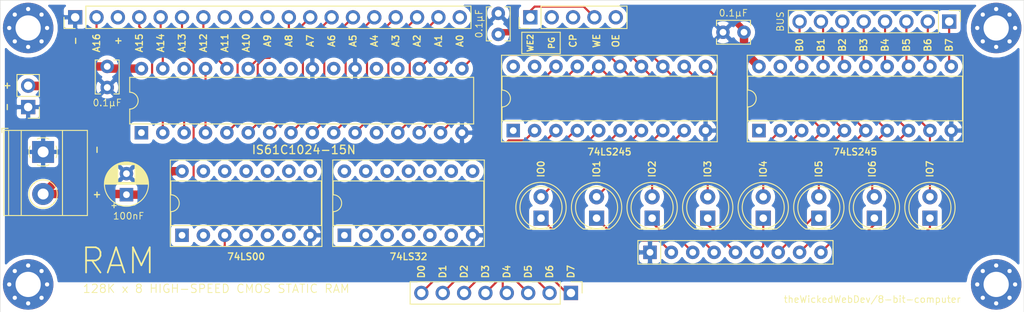
<source format=kicad_pcb>
(kicad_pcb (version 20171130) (host pcbnew "(5.1.9-0-10_14)")
  (layers (0 F.Cu signal) (1 In1.Cu signal) (2 In2.Cu signal) (31 B.Cu signal hide) (34 B.Paste user) (35 F.Paste user) (36 B.SilkS user) (37 F.SilkS user) (38 B.Mask user) (39 F.Mask user) (44 Edge.Cuts user))
  (net 0 "")
  (net 1 GND)
  (net 2 VCC)
  (net 3 "Net-(D1-Pad1)")
  (net 4 "Net-(D2-Pad1)")
  (net 5 "Net-(D3-Pad1)")
  (net 6 "Net-(D4-Pad1)")
  (net 7 "Net-(D5-Pad1)")
  (net 8 "Net-(D6-Pad1)")
  (net 9 "Net-(D7-Pad1)")
  (net 10 "Net-(D8-Pad1)")
  (net 11 "Net-(U1-Pad29)")
  (net 12 "Net-(U1-Pad1)")
  (net 13 /IO7)
  (net 14 /IO6)
  (net 15 /IO5)
  (net 16 /IO4)
  (net 17 /IO3)
  (net 18 /IO2)
  (net 19 /IO1)
  (net 20 /IO0)
  (net 21 A0)
  (net 22 A1)
  (net 23 A2)
  (net 24 A3)
  (net 25 A4)
  (net 26 A5)
  (net 27 A6)
  (net 28 A7)
  (net 29 A8)
  (net 30 A9)
  (net 31 A10)
  (net 32 A11)
  (net 33 A12)
  (net 34 A13)
  (net 35 A14)
  (net 36 A15)
  (net 37 A16)
  (net 38 OUTPUT_ENABLE)
  (net 39 WRITE_ENABLE)
  (net 40 BUS0)
  (net 41 BUS1)
  (net 42 BUS2)
  (net 43 BUS3)
  (net 44 BUS4)
  (net 45 BUS5)
  (net 46 BUS6)
  (net 47 BUS7)
  (net 48 D0)
  (net 49 D1)
  (net 50 D2)
  (net 51 D3)
  (net 52 D4)
  (net 53 D5)
  (net 54 D6)
  (net 55 D7)
  (net 56 CLOCK)
  (net 57 PROGRAM_MODE)
  (net 58 "Net-(U4-Pad1)")
  (module Connector_PinHeader_2.54mm:PinHeader_1x05_P2.54mm_Vertical (layer F.Cu) (at 135.636 66.294 90)
    (fp_text reference J2 hide)
    (fp_text value Conn_01x05 hide)
    (pad 5 thru_hole oval (at 0 10.16 90) (size 1.7 1.7) (drill 1) (layers *.Cu *.Mask) (net 38 OUTPUT_ENABLE))
    (pad 4 thru_hole oval (at 0 7.62 90) (size 1.7 1.7) (drill 1) (layers *.Cu *.Mask) (net 39 WRITE_ENABLE))
    (pad 3 thru_hole oval (at 0 5.08 90) (size 1.7 1.7) (drill 1) (layers *.Cu *.Mask) (net 56 CLOCK))
    (pad 2 thru_hole oval (at 0 2.54 90) (size 1.7 1.7) (drill 1) (layers *.Cu *.Mask) (net 57 PROGRAM_MODE))
    (pad 1 thru_hole rect (at 0 0 90) (size 1.7 1.7) (drill 1) (layers *.Cu *.Mask) (net 39 WRITE_ENABLE))
  )
  (module Package_DIP:DIP-14_W7.62mm_Socket (layer F.Cu) (at 113.538 92.202 90)
    (fp_text reference U6 hide)
    (fp_text value 74LS32)
    (pad 14 thru_hole oval (at 7.62 0 90) (size 1.6 1.6) (drill 0.8) (layers *.Cu *.Mask) (net 2 VCC))
    (pad 7 thru_hole oval (at 0 15.24 90) (size 1.6 1.6) (drill 0.8) (layers *.Cu *.Mask) (net 1 GND))
    (pad 13 thru_hole oval (at 7.62 2.54 90) (size 1.6 1.6) (drill 0.8) (layers *.Cu *.Mask))
    (pad 6 thru_hole oval (at 0 12.7 90) (size 1.6 1.6) (drill 0.8) (layers *.Cu *.Mask))
    (pad 12 thru_hole oval (at 7.62 5.08 90) (size 1.6 1.6) (drill 0.8) (layers *.Cu *.Mask))
    (pad 5 thru_hole oval (at 0 10.16 90) (size 1.6 1.6) (drill 0.8) (layers *.Cu *.Mask))
    (pad 11 thru_hole oval (at 7.62 7.62 90) (size 1.6 1.6) (drill 0.8) (layers *.Cu *.Mask))
    (pad 4 thru_hole oval (at 0 7.62 90) (size 1.6 1.6) (drill 0.8) (layers *.Cu *.Mask))
    (pad 10 thru_hole oval (at 7.62 10.16 90) (size 1.6 1.6) (drill 0.8) (layers *.Cu *.Mask))
    (pad 3 thru_hole oval (at 0 5.08 90) (size 1.6 1.6) (drill 0.8) (layers *.Cu *.Mask) (net 58 "Net-(U4-Pad1)"))
    (pad 9 thru_hole oval (at 7.62 12.7 90) (size 1.6 1.6) (drill 0.8) (layers *.Cu *.Mask))
    (pad 2 thru_hole oval (at 0 2.54 90) (size 1.6 1.6) (drill 0.8) (layers *.Cu *.Mask) (net 56 CLOCK))
    (pad 8 thru_hole oval (at 7.62 15.24 90) (size 1.6 1.6) (drill 0.8) (layers *.Cu *.Mask))
    (pad 1 thru_hole rect (at 0 0 90) (size 1.6 1.6) (drill 0.8) (layers *.Cu *.Mask) (net 57 PROGRAM_MODE))
  )
  (module Package_DIP:DIP-14_W7.62mm_Socket (layer F.Cu) (at 94.234 92.202 90)
    (fp_text reference U4 hide)
    (fp_text value 74LS00)
    (pad 14 thru_hole oval (at 7.62 0 90) (size 1.6 1.6) (drill 0.8) (layers *.Cu *.Mask) (net 2 VCC))
    (pad 7 thru_hole oval (at 0 15.24 90) (size 1.6 1.6) (drill 0.8) (layers *.Cu *.Mask) (net 1 GND))
    (pad 13 thru_hole oval (at 7.62 2.54 90) (size 1.6 1.6) (drill 0.8) (layers *.Cu *.Mask))
    (pad 6 thru_hole oval (at 0 12.7 90) (size 1.6 1.6) (drill 0.8) (layers *.Cu *.Mask))
    (pad 12 thru_hole oval (at 7.62 5.08 90) (size 1.6 1.6) (drill 0.8) (layers *.Cu *.Mask))
    (pad 5 thru_hole oval (at 0 10.16 90) (size 1.6 1.6) (drill 0.8) (layers *.Cu *.Mask))
    (pad 11 thru_hole oval (at 7.62 7.62 90) (size 1.6 1.6) (drill 0.8) (layers *.Cu *.Mask))
    (pad 4 thru_hole oval (at 0 7.62 90) (size 1.6 1.6) (drill 0.8) (layers *.Cu *.Mask))
    (pad 10 thru_hole oval (at 7.62 10.16 90) (size 1.6 1.6) (drill 0.8) (layers *.Cu *.Mask))
    (pad 3 thru_hole oval (at 0 5.08 90) (size 1.6 1.6) (drill 0.8) (layers *.Cu *.Mask) (net 11 "Net-(U1-Pad29)"))
    (pad 9 thru_hole oval (at 7.62 12.7 90) (size 1.6 1.6) (drill 0.8) (layers *.Cu *.Mask))
    (pad 2 thru_hole oval (at 0 2.54 90) (size 1.6 1.6) (drill 0.8) (layers *.Cu *.Mask) (net 39 WRITE_ENABLE))
    (pad 8 thru_hole oval (at 7.62 15.24 90) (size 1.6 1.6) (drill 0.8) (layers *.Cu *.Mask))
    (pad 1 thru_hole rect (at 0 0 90) (size 1.6 1.6) (drill 0.8) (layers *.Cu *.Mask) (net 58 "Net-(U4-Pad1)"))
  )
  (module Package_DIP:DIP-20_W7.62mm_Socket (layer F.Cu) (at 162.814 79.756 90)
    (fp_text reference U2 hide)
    (fp_text value 74LS245)
    (pad 20 thru_hole oval (at 7.62 0 90) (size 1.6 1.6) (drill 0.8) (layers *.Cu *.Mask) (net 2 VCC))
    (pad 10 thru_hole oval (at 0 22.86 90) (size 1.6 1.6) (drill 0.8) (layers *.Cu *.Mask) (net 1 GND))
    (pad 19 thru_hole oval (at 7.62 2.54 90) (size 1.6 1.6) (drill 0.8) (layers *.Cu *.Mask) (net 38 OUTPUT_ENABLE))
    (pad 9 thru_hole oval (at 0 20.32 90) (size 1.6 1.6) (drill 0.8) (layers *.Cu *.Mask) (net 13 /IO7))
    (pad 18 thru_hole oval (at 7.62 5.08 90) (size 1.6 1.6) (drill 0.8) (layers *.Cu *.Mask) (net 40 BUS0))
    (pad 8 thru_hole oval (at 0 17.78 90) (size 1.6 1.6) (drill 0.8) (layers *.Cu *.Mask) (net 14 /IO6))
    (pad 17 thru_hole oval (at 7.62 7.62 90) (size 1.6 1.6) (drill 0.8) (layers *.Cu *.Mask) (net 41 BUS1))
    (pad 7 thru_hole oval (at 0 15.24 90) (size 1.6 1.6) (drill 0.8) (layers *.Cu *.Mask) (net 15 /IO5))
    (pad 16 thru_hole oval (at 7.62 10.16 90) (size 1.6 1.6) (drill 0.8) (layers *.Cu *.Mask) (net 42 BUS2))
    (pad 6 thru_hole oval (at 0 12.7 90) (size 1.6 1.6) (drill 0.8) (layers *.Cu *.Mask) (net 16 /IO4))
    (pad 15 thru_hole oval (at 7.62 12.7 90) (size 1.6 1.6) (drill 0.8) (layers *.Cu *.Mask) (net 43 BUS3))
    (pad 5 thru_hole oval (at 0 10.16 90) (size 1.6 1.6) (drill 0.8) (layers *.Cu *.Mask) (net 17 /IO3))
    (pad 14 thru_hole oval (at 7.62 15.24 90) (size 1.6 1.6) (drill 0.8) (layers *.Cu *.Mask) (net 44 BUS4))
    (pad 4 thru_hole oval (at 0 7.62 90) (size 1.6 1.6) (drill 0.8) (layers *.Cu *.Mask) (net 18 /IO2))
    (pad 13 thru_hole oval (at 7.62 17.78 90) (size 1.6 1.6) (drill 0.8) (layers *.Cu *.Mask) (net 45 BUS5))
    (pad 3 thru_hole oval (at 0 5.08 90) (size 1.6 1.6) (drill 0.8) (layers *.Cu *.Mask) (net 19 /IO1))
    (pad 12 thru_hole oval (at 7.62 20.32 90) (size 1.6 1.6) (drill 0.8) (layers *.Cu *.Mask) (net 46 BUS6))
    (pad 2 thru_hole oval (at 0 2.54 90) (size 1.6 1.6) (drill 0.8) (layers *.Cu *.Mask) (net 20 /IO0))
    (pad 11 thru_hole oval (at 7.62 22.86 90) (size 1.6 1.6) (drill 0.8) (layers *.Cu *.Mask) (net 47 BUS7))
    (pad 1 thru_hole rect (at 0 0 90) (size 1.6 1.6) (drill 0.8) (layers *.Cu *.Mask) (net 2 VCC))
  )
  (module Connector_PinHeader_2.54mm:PinHeader_1x08_P2.54mm_Vertical (layer F.Cu) (at 140.462 99.06 270)
    (fp_text reference J7 hide)
    (fp_text value Conn_01x08 hide)
    (pad 8 thru_hole oval (at 0 17.78 270) (size 1.7 1.7) (drill 1) (layers *.Cu *.Mask) (net 48 D0))
    (pad 7 thru_hole oval (at 0 15.24 270) (size 1.7 1.7) (drill 1) (layers *.Cu *.Mask) (net 49 D1))
    (pad 6 thru_hole oval (at 0 12.7 270) (size 1.7 1.7) (drill 1) (layers *.Cu *.Mask) (net 50 D2))
    (pad 5 thru_hole oval (at 0 10.16 270) (size 1.7 1.7) (drill 1) (layers *.Cu *.Mask) (net 51 D3))
    (pad 4 thru_hole oval (at 0 7.62 270) (size 1.7 1.7) (drill 1) (layers *.Cu *.Mask) (net 52 D4))
    (pad 3 thru_hole oval (at 0 5.08 270) (size 1.7 1.7) (drill 1) (layers *.Cu *.Mask) (net 53 D5))
    (pad 2 thru_hole oval (at 0 2.54 270) (size 1.7 1.7) (drill 1) (layers *.Cu *.Mask) (net 54 D6))
    (pad 1 thru_hole rect (at 0 0 270) (size 1.7 1.7) (drill 1) (layers *.Cu *.Mask) (net 55 D7))
  )
  (module Connector_PinHeader_2.54mm:PinHeader_1x08_P2.54mm_Vertical (layer F.Cu) (at 185.42 66.802 270)
    (fp_text reference J6 hide)
    (fp_text value Conn_01x08 hide)
    (pad 8 thru_hole oval (at 0 17.78 270) (size 1.7 1.7) (drill 1) (layers *.Cu *.Mask) (net 40 BUS0))
    (pad 7 thru_hole oval (at 0 15.24 270) (size 1.7 1.7) (drill 1) (layers *.Cu *.Mask) (net 41 BUS1))
    (pad 6 thru_hole oval (at 0 12.7 270) (size 1.7 1.7) (drill 1) (layers *.Cu *.Mask) (net 42 BUS2))
    (pad 5 thru_hole oval (at 0 10.16 270) (size 1.7 1.7) (drill 1) (layers *.Cu *.Mask) (net 43 BUS3))
    (pad 4 thru_hole oval (at 0 7.62 270) (size 1.7 1.7) (drill 1) (layers *.Cu *.Mask) (net 44 BUS4))
    (pad 3 thru_hole oval (at 0 5.08 270) (size 1.7 1.7) (drill 1) (layers *.Cu *.Mask) (net 45 BUS5))
    (pad 2 thru_hole oval (at 0 2.54 270) (size 1.7 1.7) (drill 1) (layers *.Cu *.Mask) (net 46 BUS6))
    (pad 1 thru_hole rect (at 0 0 270) (size 1.7 1.7) (drill 1) (layers *.Cu *.Mask) (net 47 BUS7))
  )
  (module Connector_PinHeader_2.54mm:PinHeader_1x02_P2.54mm_Vertical (layer F.Cu) (at 75.946 76.962 180)
    (fp_text reference J3 hide)
    (fp_text value Conn_01x02 hide)
    (pad 2 thru_hole oval (at 0 2.54 180) (size 1.7 1.7) (drill 1) (layers *.Cu *.Mask) (net 2 VCC))
    (pad 1 thru_hole rect (at 0 0 180) (size 1.7 1.7) (drill 1) (layers *.Cu *.Mask) (net 1 GND))
  )
  (module Connector_PinHeader_2.54mm:PinHeader_1x19_P2.54mm_Vertical (layer F.Cu) (at 81.534 66.294 90)
    (fp_text reference J1 hide)
    (fp_text value Conn_01x19 hide)
    (pad 19 thru_hole oval (at 0 45.72 90) (size 1.7 1.7) (drill 1) (layers *.Cu *.Mask) (net 21 A0))
    (pad 18 thru_hole oval (at 0 43.18 90) (size 1.7 1.7) (drill 1) (layers *.Cu *.Mask) (net 22 A1))
    (pad 17 thru_hole oval (at 0 40.64 90) (size 1.7 1.7) (drill 1) (layers *.Cu *.Mask) (net 23 A2))
    (pad 16 thru_hole oval (at 0 38.1 90) (size 1.7 1.7) (drill 1) (layers *.Cu *.Mask) (net 24 A3))
    (pad 15 thru_hole oval (at 0 35.56 90) (size 1.7 1.7) (drill 1) (layers *.Cu *.Mask) (net 25 A4))
    (pad 14 thru_hole oval (at 0 33.02 90) (size 1.7 1.7) (drill 1) (layers *.Cu *.Mask) (net 26 A5))
    (pad 13 thru_hole oval (at 0 30.48 90) (size 1.7 1.7) (drill 1) (layers *.Cu *.Mask) (net 27 A6))
    (pad 12 thru_hole oval (at 0 27.94 90) (size 1.7 1.7) (drill 1) (layers *.Cu *.Mask) (net 28 A7))
    (pad 11 thru_hole oval (at 0 25.4 90) (size 1.7 1.7) (drill 1) (layers *.Cu *.Mask) (net 29 A8))
    (pad 10 thru_hole oval (at 0 22.86 90) (size 1.7 1.7) (drill 1) (layers *.Cu *.Mask) (net 30 A9))
    (pad 9 thru_hole oval (at 0 20.32 90) (size 1.7 1.7) (drill 1) (layers *.Cu *.Mask) (net 31 A10))
    (pad 8 thru_hole oval (at 0 17.78 90) (size 1.7 1.7) (drill 1) (layers *.Cu *.Mask) (net 32 A11))
    (pad 7 thru_hole oval (at 0 15.24 90) (size 1.7 1.7) (drill 1) (layers *.Cu *.Mask) (net 33 A12))
    (pad 6 thru_hole oval (at 0 12.7 90) (size 1.7 1.7) (drill 1) (layers *.Cu *.Mask) (net 34 A13))
    (pad 5 thru_hole oval (at 0 10.16 90) (size 1.7 1.7) (drill 1) (layers *.Cu *.Mask) (net 35 A14))
    (pad 4 thru_hole oval (at 0 7.62 90) (size 1.7 1.7) (drill 1) (layers *.Cu *.Mask) (net 36 A15))
    (pad 3 thru_hole oval (at 0 5.08 90) (size 1.7 1.7) (drill 1) (layers *.Cu *.Mask) (net 2 VCC))
    (pad 2 thru_hole oval (at 0 2.54 90) (size 1.7 1.7) (drill 1) (layers *.Cu *.Mask) (net 37 A16))
    (pad 1 thru_hole rect (at 0 0 90) (size 1.7 1.7) (drill 1) (layers *.Cu *.Mask) (net 1 GND))
  )
  (module MountingHole:MountingHole_3mm_Pad_Via (layer F.Cu) (at 191.008 67.564)
    (fp_text reference REF** hide)
    (fp_text value MountingHole_3mm_Pad_Via hide)
    (pad 1 thru_hole circle (at 0 0) (size 6 6) (drill 3) (layers *.Cu *.Mask))
    (pad 1 thru_hole circle (at 2.25 0) (size 0.8 0.8) (drill 0.5) (layers *.Cu *.Mask))
    (pad 1 thru_hole circle (at 1.59099 1.59099) (size 0.8 0.8) (drill 0.5) (layers *.Cu *.Mask))
    (pad 1 thru_hole circle (at 0 2.25) (size 0.8 0.8) (drill 0.5) (layers *.Cu *.Mask))
    (pad 1 thru_hole circle (at -1.59099 1.59099) (size 0.8 0.8) (drill 0.5) (layers *.Cu *.Mask))
    (pad 1 thru_hole circle (at -2.25 0) (size 0.8 0.8) (drill 0.5) (layers *.Cu *.Mask))
    (pad 1 thru_hole circle (at -1.59099 -1.59099) (size 0.8 0.8) (drill 0.5) (layers *.Cu *.Mask))
    (pad 1 thru_hole circle (at 0 -2.25) (size 0.8 0.8) (drill 0.5) (layers *.Cu *.Mask))
    (pad 1 thru_hole circle (at 1.59099 -1.59099) (size 0.8 0.8) (drill 0.5) (layers *.Cu *.Mask))
  )
  (module MountingHole:MountingHole_3mm_Pad_Via (layer F.Cu) (at 191.008 98.044)
    (fp_text reference REF** hide)
    (fp_text value MountingHole_3mm_Pad_Via hide)
    (pad 1 thru_hole circle (at 1.59099 -1.59099) (size 0.8 0.8) (drill 0.5) (layers *.Cu *.Mask))
    (pad 1 thru_hole circle (at 0 -2.25) (size 0.8 0.8) (drill 0.5) (layers *.Cu *.Mask))
    (pad 1 thru_hole circle (at -1.59099 -1.59099) (size 0.8 0.8) (drill 0.5) (layers *.Cu *.Mask))
    (pad 1 thru_hole circle (at -2.25 0) (size 0.8 0.8) (drill 0.5) (layers *.Cu *.Mask))
    (pad 1 thru_hole circle (at -1.59099 1.59099) (size 0.8 0.8) (drill 0.5) (layers *.Cu *.Mask))
    (pad 1 thru_hole circle (at 0 2.25) (size 0.8 0.8) (drill 0.5) (layers *.Cu *.Mask))
    (pad 1 thru_hole circle (at 1.59099 1.59099) (size 0.8 0.8) (drill 0.5) (layers *.Cu *.Mask))
    (pad 1 thru_hole circle (at 2.25 0) (size 0.8 0.8) (drill 0.5) (layers *.Cu *.Mask))
    (pad 1 thru_hole circle (at 0 0) (size 6 6) (drill 3) (layers *.Cu *.Mask))
  )
  (module MountingHole:MountingHole_3mm_Pad_Via (layer F.Cu) (at 75.946 98.044)
    (fp_text reference REF** hide)
    (fp_text value MountingHole_3mm_Pad_Via hide)
    (pad 1 thru_hole circle (at 0 0) (size 6 6) (drill 3) (layers *.Cu *.Mask))
    (pad 1 thru_hole circle (at 2.25 0) (size 0.8 0.8) (drill 0.5) (layers *.Cu *.Mask))
    (pad 1 thru_hole circle (at 1.59099 1.59099) (size 0.8 0.8) (drill 0.5) (layers *.Cu *.Mask))
    (pad 1 thru_hole circle (at 0 2.25) (size 0.8 0.8) (drill 0.5) (layers *.Cu *.Mask))
    (pad 1 thru_hole circle (at -1.59099 1.59099) (size 0.8 0.8) (drill 0.5) (layers *.Cu *.Mask))
    (pad 1 thru_hole circle (at -2.25 0) (size 0.8 0.8) (drill 0.5) (layers *.Cu *.Mask))
    (pad 1 thru_hole circle (at -1.59099 -1.59099) (size 0.8 0.8) (drill 0.5) (layers *.Cu *.Mask))
    (pad 1 thru_hole circle (at 0 -2.25) (size 0.8 0.8) (drill 0.5) (layers *.Cu *.Mask))
    (pad 1 thru_hole circle (at 1.59099 -1.59099) (size 0.8 0.8) (drill 0.5) (layers *.Cu *.Mask))
  )
  (module MountingHole:MountingHole_3mm_Pad_Via (layer F.Cu) (at 75.946 67.564)
    (fp_text reference REF** hide)
    (fp_text value MountingHole_3mm_Pad_Via hide)
    (pad 1 thru_hole circle (at 1.59099 -1.59099) (size 0.8 0.8) (drill 0.5) (layers *.Cu *.Mask))
    (pad 1 thru_hole circle (at 0 -2.25) (size 0.8 0.8) (drill 0.5) (layers *.Cu *.Mask))
    (pad 1 thru_hole circle (at -1.59099 -1.59099) (size 0.8 0.8) (drill 0.5) (layers *.Cu *.Mask))
    (pad 1 thru_hole circle (at -2.25 0) (size 0.8 0.8) (drill 0.5) (layers *.Cu *.Mask))
    (pad 1 thru_hole circle (at -1.59099 1.59099) (size 0.8 0.8) (drill 0.5) (layers *.Cu *.Mask))
    (pad 1 thru_hole circle (at 0 2.25) (size 0.8 0.8) (drill 0.5) (layers *.Cu *.Mask))
    (pad 1 thru_hole circle (at 1.59099 1.59099) (size 0.8 0.8) (drill 0.5) (layers *.Cu *.Mask))
    (pad 1 thru_hole circle (at 2.25 0) (size 0.8 0.8) (drill 0.5) (layers *.Cu *.Mask))
    (pad 1 thru_hole circle (at 0 0) (size 6 6) (drill 3) (layers *.Cu *.Mask))
  )
  (module Package_DIP:DIP-20_W7.62mm_Socket (layer F.Cu) (at 133.604 79.756 90)
    (fp_text reference U3 hide)
    (fp_text value 74LS245)
    (pad 20 thru_hole oval (at 7.62 0 90) (size 1.6 1.6) (drill 0.8) (layers *.Cu *.Mask) (net 2 VCC))
    (pad 10 thru_hole oval (at 0 22.86 90) (size 1.6 1.6) (drill 0.8) (layers *.Cu *.Mask) (net 1 GND))
    (pad 19 thru_hole oval (at 7.62 2.54 90) (size 1.6 1.6) (drill 0.8) (layers *.Cu *.Mask) (net 11 "Net-(U1-Pad29)"))
    (pad 9 thru_hole oval (at 0 20.32 90) (size 1.6 1.6) (drill 0.8) (layers *.Cu *.Mask) (net 55 D7))
    (pad 18 thru_hole oval (at 7.62 5.08 90) (size 1.6 1.6) (drill 0.8) (layers *.Cu *.Mask) (net 20 /IO0))
    (pad 8 thru_hole oval (at 0 17.78 90) (size 1.6 1.6) (drill 0.8) (layers *.Cu *.Mask) (net 54 D6))
    (pad 17 thru_hole oval (at 7.62 7.62 90) (size 1.6 1.6) (drill 0.8) (layers *.Cu *.Mask) (net 19 /IO1))
    (pad 7 thru_hole oval (at 0 15.24 90) (size 1.6 1.6) (drill 0.8) (layers *.Cu *.Mask) (net 53 D5))
    (pad 16 thru_hole oval (at 7.62 10.16 90) (size 1.6 1.6) (drill 0.8) (layers *.Cu *.Mask) (net 18 /IO2))
    (pad 6 thru_hole oval (at 0 12.7 90) (size 1.6 1.6) (drill 0.8) (layers *.Cu *.Mask) (net 52 D4))
    (pad 15 thru_hole oval (at 7.62 12.7 90) (size 1.6 1.6) (drill 0.8) (layers *.Cu *.Mask) (net 17 /IO3))
    (pad 5 thru_hole oval (at 0 10.16 90) (size 1.6 1.6) (drill 0.8) (layers *.Cu *.Mask) (net 51 D3))
    (pad 14 thru_hole oval (at 7.62 15.24 90) (size 1.6 1.6) (drill 0.8) (layers *.Cu *.Mask) (net 16 /IO4))
    (pad 4 thru_hole oval (at 0 7.62 90) (size 1.6 1.6) (drill 0.8) (layers *.Cu *.Mask) (net 50 D2))
    (pad 13 thru_hole oval (at 7.62 17.78 90) (size 1.6 1.6) (drill 0.8) (layers *.Cu *.Mask) (net 15 /IO5))
    (pad 3 thru_hole oval (at 0 5.08 90) (size 1.6 1.6) (drill 0.8) (layers *.Cu *.Mask) (net 49 D1))
    (pad 12 thru_hole oval (at 7.62 20.32 90) (size 1.6 1.6) (drill 0.8) (layers *.Cu *.Mask) (net 14 /IO6))
    (pad 2 thru_hole oval (at 0 2.54 90) (size 1.6 1.6) (drill 0.8) (layers *.Cu *.Mask) (net 48 D0))
    (pad 11 thru_hole oval (at 7.62 22.86 90) (size 1.6 1.6) (drill 0.8) (layers *.Cu *.Mask) (net 13 /IO7))
    (pad 1 thru_hole rect (at 0 0 90) (size 1.6 1.6) (drill 0.8) (layers *.Cu *.Mask) (net 2 VCC))
  )
  (module Package_DIP:DIP-32_W7.62mm (layer F.Cu) (at 89.408 80.01 90)
    (fp_text reference U1 hide)
    (fp_text value IS61C1024-15N hide)
    (pad 32 thru_hole oval (at 7.62 0 90) (size 1.6 1.6) (drill 0.8) (layers *.Cu *.Mask) (net 2 VCC))
    (pad 16 thru_hole oval (at 0 38.1 90) (size 1.6 1.6) (drill 0.8) (layers *.Cu *.Mask) (net 1 GND))
    (pad 31 thru_hole oval (at 7.62 2.54 90) (size 1.6 1.6) (drill 0.8) (layers *.Cu *.Mask) (net 36 A15))
    (pad 15 thru_hole oval (at 0 35.56 90) (size 1.6 1.6) (drill 0.8) (layers *.Cu *.Mask) (net 18 /IO2))
    (pad 30 thru_hole oval (at 7.62 5.08 90) (size 1.6 1.6) (drill 0.8) (layers *.Cu *.Mask) (net 2 VCC))
    (pad 14 thru_hole oval (at 0 33.02 90) (size 1.6 1.6) (drill 0.8) (layers *.Cu *.Mask) (net 19 /IO1))
    (pad 29 thru_hole oval (at 7.62 7.62 90) (size 1.6 1.6) (drill 0.8) (layers *.Cu *.Mask) (net 11 "Net-(U1-Pad29)"))
    (pad 13 thru_hole oval (at 0 30.48 90) (size 1.6 1.6) (drill 0.8) (layers *.Cu *.Mask) (net 20 /IO0))
    (pad 28 thru_hole oval (at 7.62 10.16 90) (size 1.6 1.6) (drill 0.8) (layers *.Cu *.Mask) (net 34 A13))
    (pad 12 thru_hole oval (at 0 27.94 90) (size 1.6 1.6) (drill 0.8) (layers *.Cu *.Mask) (net 21 A0))
    (pad 27 thru_hole oval (at 7.62 12.7 90) (size 1.6 1.6) (drill 0.8) (layers *.Cu *.Mask) (net 29 A8))
    (pad 11 thru_hole oval (at 0 25.4 90) (size 1.6 1.6) (drill 0.8) (layers *.Cu *.Mask) (net 22 A1))
    (pad 26 thru_hole oval (at 7.62 15.24 90) (size 1.6 1.6) (drill 0.8) (layers *.Cu *.Mask) (net 30 A9))
    (pad 10 thru_hole oval (at 0 22.86 90) (size 1.6 1.6) (drill 0.8) (layers *.Cu *.Mask) (net 23 A2))
    (pad 25 thru_hole oval (at 7.62 17.78 90) (size 1.6 1.6) (drill 0.8) (layers *.Cu *.Mask) (net 32 A11))
    (pad 9 thru_hole oval (at 0 20.32 90) (size 1.6 1.6) (drill 0.8) (layers *.Cu *.Mask) (net 24 A3))
    (pad 24 thru_hole oval (at 7.62 20.32 90) (size 1.6 1.6) (drill 0.8) (layers *.Cu *.Mask) (net 1 GND))
    (pad 8 thru_hole oval (at 0 17.78 90) (size 1.6 1.6) (drill 0.8) (layers *.Cu *.Mask) (net 25 A4))
    (pad 23 thru_hole oval (at 7.62 22.86 90) (size 1.6 1.6) (drill 0.8) (layers *.Cu *.Mask) (net 31 A10))
    (pad 7 thru_hole oval (at 0 15.24 90) (size 1.6 1.6) (drill 0.8) (layers *.Cu *.Mask) (net 26 A5))
    (pad 22 thru_hole oval (at 7.62 25.4 90) (size 1.6 1.6) (drill 0.8) (layers *.Cu *.Mask) (net 1 GND))
    (pad 6 thru_hole oval (at 0 12.7 90) (size 1.6 1.6) (drill 0.8) (layers *.Cu *.Mask) (net 27 A6))
    (pad 21 thru_hole oval (at 7.62 27.94 90) (size 1.6 1.6) (drill 0.8) (layers *.Cu *.Mask) (net 13 /IO7))
    (pad 5 thru_hole oval (at 0 10.16 90) (size 1.6 1.6) (drill 0.8) (layers *.Cu *.Mask) (net 28 A7))
    (pad 20 thru_hole oval (at 7.62 30.48 90) (size 1.6 1.6) (drill 0.8) (layers *.Cu *.Mask) (net 14 /IO6))
    (pad 4 thru_hole oval (at 0 7.62 90) (size 1.6 1.6) (drill 0.8) (layers *.Cu *.Mask) (net 33 A12))
    (pad 19 thru_hole oval (at 7.62 33.02 90) (size 1.6 1.6) (drill 0.8) (layers *.Cu *.Mask) (net 15 /IO5))
    (pad 3 thru_hole oval (at 0 5.08 90) (size 1.6 1.6) (drill 0.8) (layers *.Cu *.Mask) (net 35 A14))
    (pad 18 thru_hole oval (at 7.62 35.56 90) (size 1.6 1.6) (drill 0.8) (layers *.Cu *.Mask) (net 16 /IO4))
    (pad 2 thru_hole oval (at 0 2.54 90) (size 1.6 1.6) (drill 0.8) (layers *.Cu *.Mask) (net 37 A16))
    (pad 17 thru_hole oval (at 7.62 38.1 90) (size 1.6 1.6) (drill 0.8) (layers *.Cu *.Mask) (net 17 /IO3))
    (pad 1 thru_hole rect (at 0 0 90) (size 1.6 1.6) (drill 0.8) (layers *.Cu *.Mask) (net 12 "Net-(U1-Pad1)"))
  )
  (module Resistor_THT:R_Array_SIP9 (layer F.Cu) (at 149.86 94.234)
    (fp_text reference RN1 hide)
    (fp_text value R_Network08_US hide)
    (pad 9 thru_hole oval (at 20.32 0) (size 1.6 1.6) (drill 0.8) (layers *.Cu *.Mask) (net 3 "Net-(D1-Pad1)"))
    (pad 8 thru_hole oval (at 17.78 0) (size 1.6 1.6) (drill 0.8) (layers *.Cu *.Mask) (net 4 "Net-(D2-Pad1)"))
    (pad 7 thru_hole oval (at 15.24 0) (size 1.6 1.6) (drill 0.8) (layers *.Cu *.Mask) (net 5 "Net-(D3-Pad1)"))
    (pad 6 thru_hole oval (at 12.7 0) (size 1.6 1.6) (drill 0.8) (layers *.Cu *.Mask) (net 6 "Net-(D4-Pad1)"))
    (pad 5 thru_hole oval (at 10.16 0) (size 1.6 1.6) (drill 0.8) (layers *.Cu *.Mask) (net 7 "Net-(D5-Pad1)"))
    (pad 4 thru_hole oval (at 7.62 0) (size 1.6 1.6) (drill 0.8) (layers *.Cu *.Mask) (net 8 "Net-(D6-Pad1)"))
    (pad 3 thru_hole oval (at 5.08 0) (size 1.6 1.6) (drill 0.8) (layers *.Cu *.Mask) (net 9 "Net-(D7-Pad1)"))
    (pad 2 thru_hole oval (at 2.54 0) (size 1.6 1.6) (drill 0.8) (layers *.Cu *.Mask) (net 10 "Net-(D8-Pad1)"))
    (pad 1 thru_hole rect (at 0 0) (size 1.6 1.6) (drill 0.8) (layers *.Cu *.Mask) (net 1 GND))
  )
  (module TerminalBlock_Phoenix:TerminalBlock_Phoenix_MKDS-1,5-2_1x02_P5.00mm_Horizontal (layer F.Cu) (at 77.724 82.296 270)
    (fp_text reference J4 hide)
    (fp_text value Screw_Terminal_01x02 hide)
    (pad 2 thru_hole circle (at 5 0 270) (size 2.6 2.6) (drill 1.3) (layers *.Cu *.Mask) (net 2 VCC))
    (pad 1 thru_hole rect (at 0 0 270) (size 2.6 2.6) (drill 1.3) (layers *.Cu *.Mask) (net 1 GND))
  )
  (module LED_THT:LED_D5.0mm (layer F.Cu) (at 136.906 90.17 90)
    (fp_text reference D8 hide)
    (fp_text value LED)
    (pad 2 thru_hole circle (at 2.54 0 90) (size 1.8 1.8) (drill 0.9) (layers *.Cu *.Mask) (net 20 /IO0))
    (pad 1 thru_hole rect (at 0 0 90) (size 1.8 1.8) (drill 0.9) (layers *.Cu *.Mask) (net 10 "Net-(D8-Pad1)"))
  )
  (module LED_THT:LED_D5.0mm (layer F.Cu) (at 143.51 90.17 90)
    (fp_text reference D7 hide)
    (fp_text value LED)
    (pad 2 thru_hole circle (at 2.54 0 90) (size 1.8 1.8) (drill 0.9) (layers *.Cu *.Mask) (net 19 /IO1))
    (pad 1 thru_hole rect (at 0 0 90) (size 1.8 1.8) (drill 0.9) (layers *.Cu *.Mask) (net 9 "Net-(D7-Pad1)"))
  )
  (module LED_THT:LED_D5.0mm (layer F.Cu) (at 150.114 90.17 90)
    (fp_text reference D6 hide)
    (fp_text value LED)
    (pad 2 thru_hole circle (at 2.54 0 90) (size 1.8 1.8) (drill 0.9) (layers *.Cu *.Mask) (net 18 /IO2))
    (pad 1 thru_hole rect (at 0 0 90) (size 1.8 1.8) (drill 0.9) (layers *.Cu *.Mask) (net 8 "Net-(D6-Pad1)"))
  )
  (module LED_THT:LED_D5.0mm (layer F.Cu) (at 156.718 90.17 90)
    (fp_text reference D5 hide)
    (fp_text value LED)
    (pad 2 thru_hole circle (at 2.54 0 90) (size 1.8 1.8) (drill 0.9) (layers *.Cu *.Mask) (net 17 /IO3))
    (pad 1 thru_hole rect (at 0 0 90) (size 1.8 1.8) (drill 0.9) (layers *.Cu *.Mask) (net 7 "Net-(D5-Pad1)"))
  )
  (module LED_THT:LED_D5.0mm (layer F.Cu) (at 163.322 90.17 90)
    (fp_text reference D4 hide)
    (fp_text value LED)
    (pad 2 thru_hole circle (at 2.54 0 90) (size 1.8 1.8) (drill 0.9) (layers *.Cu *.Mask) (net 16 /IO4))
    (pad 1 thru_hole rect (at 0 0 90) (size 1.8 1.8) (drill 0.9) (layers *.Cu *.Mask) (net 6 "Net-(D4-Pad1)"))
  )
  (module LED_THT:LED_D5.0mm (layer F.Cu) (at 169.926 90.17 90)
    (fp_text reference D3 hide)
    (fp_text value LED)
    (pad 2 thru_hole circle (at 2.54 0 90) (size 1.8 1.8) (drill 0.9) (layers *.Cu *.Mask) (net 15 /IO5))
    (pad 1 thru_hole rect (at 0 0 90) (size 1.8 1.8) (drill 0.9) (layers *.Cu *.Mask) (net 5 "Net-(D3-Pad1)"))
  )
  (module LED_THT:LED_D5.0mm (layer F.Cu) (at 176.53 90.17 90)
    (fp_text reference D2 hide)
    (fp_text value LED)
    (pad 2 thru_hole circle (at 2.54 0 90) (size 1.8 1.8) (drill 0.9) (layers *.Cu *.Mask) (net 14 /IO6))
    (pad 1 thru_hole rect (at 0 0 90) (size 1.8 1.8) (drill 0.9) (layers *.Cu *.Mask) (net 4 "Net-(D2-Pad1)"))
  )
  (module LED_THT:LED_D5.0mm (layer F.Cu) (at 183.134 90.17 90)
    (fp_text reference D1 hide)
    (fp_text value LED)
    (pad 2 thru_hole circle (at 2.54 0 90) (size 1.8 1.8) (drill 0.9) (layers *.Cu *.Mask) (net 13 /IO7))
    (pad 1 thru_hole rect (at 0 0 90) (size 1.8 1.8) (drill 0.9) (layers *.Cu *.Mask) (net 3 "Net-(D1-Pad1)"))
  )
  (module Capacitor_THT:C_Disc_D3.8mm_W2.6mm_P2.50mm (layer F.Cu) (at 161.036 68.072 180)
    (fp_text reference C4 hide)
    (fp_text value C_Small hide)
    (pad 2 thru_hole circle (at 2.5 0 180) (size 1.6 1.6) (drill 0.8) (layers *.Cu *.Mask) (net 1 GND))
    (pad 1 thru_hole circle (at 0 0 180) (size 1.6 1.6) (drill 0.8) (layers *.Cu *.Mask) (net 2 VCC))
  )
  (module Capacitor_THT:C_Disc_D3.8mm_W2.6mm_P2.50mm (layer F.Cu) (at 131.826 68.326 90)
    (fp_text reference C3 hide)
    (fp_text value C_Small hide)
    (pad 2 thru_hole circle (at 2.5 0 90) (size 1.6 1.6) (drill 0.8) (layers *.Cu *.Mask) (net 1 GND))
    (pad 1 thru_hole circle (at 0 0 90) (size 1.6 1.6) (drill 0.8) (layers *.Cu *.Mask) (net 2 VCC))
  )
  (module Capacitor_THT:C_Disc_D3.8mm_W2.6mm_P2.50mm (layer F.Cu) (at 85.344 72.136 270)
    (fp_text reference C2 hide)
    (fp_text value C_Small hide)
    (pad 2 thru_hole circle (at 2.5 0 270) (size 1.6 1.6) (drill 0.8) (layers *.Cu *.Mask) (net 1 GND))
    (pad 1 thru_hole circle (at 0 0 270) (size 1.6 1.6) (drill 0.8) (layers *.Cu *.Mask) (net 2 VCC))
  )
  (module Capacitor_THT:CP_Radial_D5.0mm_P2.50mm (layer F.Cu) (at 87.63 87.376 90)
    (fp_text reference C1 hide)
    (fp_text value CP1_Small hide)
    (pad 2 thru_hole circle (at 2.5 0 90) (size 1.6 1.6) (drill 0.8) (layers *.Cu *.Mask) (net 1 GND))
    (pad 1 thru_hole rect (at 0 0 90) (size 1.6 1.6) (drill 0.8) (layers *.Cu *.Mask) (net 2 VCC))
  )
  (gr_line (start 134.62 70.104) (end 134.62 68.072) (layer F.SilkS) (width 0.12))
  (gr_line (start 139.192 68.072) (end 139.192 70.104) (layer F.SilkS) (width 0.12))
  (gr_line (start 139.192 68.072) (end 134.62 68.072) (layer F.SilkS) (width 0.12))
  (gr_line (start 134.62 70.612) (end 134.62 70.104) (layer F.SilkS) (width 0.12))
  (gr_line (start 139.192 70.612) (end 134.62 70.612) (layer F.SilkS) (width 0.12))
  (gr_line (start 139.192 70.104) (end 139.192 70.612) (layer F.SilkS) (width 0.12))
  (gr_text WE2 (at 135.636 69.342 90) (layer F.SilkS) (effects (font (size 0.7 0.7))))
  (gr_text theWickedWebDev/8-bit-computer (at 176.276 99.822) (layer F.SilkS) (effects (font (size 0.8 0.8) (thickness 0.1))))
  (gr_text "128K x 8 HIGH-SPEED CMOS STATIC RAM" (at 98.298 98.552) (layer F.SilkS) (effects (font (size 1 1) (thickness 0.1))))
  (gr_text RAM (at 86.614 95.25) (layer F.SilkS) (effects (font (size 3 3) (thickness 0.2))))
  (gr_text IO0 (at 136.906 84.328 90) (layer F.SilkS) (effects (font (size 0.8 0.8))))
  (gr_text IO1 (at 143.51 84.328 90) (layer F.SilkS) (effects (font (size 0.8 0.8))))
  (gr_text IO2 (at 150.114 84.328 90) (layer F.SilkS) (effects (font (size 0.8 0.8))))
  (gr_text IO3 (at 156.718 84.328 90) (layer F.SilkS) (effects (font (size 0.8 0.8))))
  (gr_text IO4 (at 163.322 84.328 90) (layer F.SilkS) (effects (font (size 0.8 0.8))))
  (gr_text IO5 (at 169.926 84.328 90) (layer F.SilkS) (effects (font (size 0.8 0.8))))
  (gr_text IO6 (at 176.276 84.328 90) (layer F.SilkS) (effects (font (size 0.8 0.8))))
  (gr_text IO7 (at 183.134 84.328 90) (layer F.SilkS) (effects (font (size 0.8 0.8))))
  (gr_text PG (at 138.176 69.342 90) (layer F.SilkS) (effects (font (size 0.7 0.7))))
  (gr_text 74LS32 (at 121.158 94.742) (layer F.SilkS) (effects (font (size 0.8 0.8))))
  (gr_line (start 194.31 101.346) (end 194.31 97.79) (layer Edge.Cuts) (width 0.05))
  (gr_line (start 72.644 101.346) (end 194.31 101.346) (layer Edge.Cuts) (width 0.05))
  (gr_line (start 72.644 97.79) (end 72.644 101.346) (layer Edge.Cuts) (width 0.05))
  (gr_text 74LS00 (at 101.854 94.742) (layer F.SilkS) (effects (font (size 0.8 0.8))))
  (gr_text 74LS245 (at 174.244 82.296) (layer F.SilkS) (effects (font (size 0.8 0.8))))
  (gr_text 74LS245 (at 145.034 82.296) (layer F.SilkS) (effects (font (size 0.8 0.8))))
  (gr_text "IS61C1024-15N\n" (at 108.712 82.042) (layer F.SilkS) (effects (font (size 1 1))))
  (gr_text 0.1μF (at 129.54 67.056 90) (layer F.SilkS) (effects (font (size 0.8 0.8) (thickness 0.1))))
  (gr_text 0.1μF (at 159.766 65.786) (layer F.SilkS) (effects (font (size 0.8 0.8) (thickness 0.1))))
  (gr_text 0.1μF (at 85.344 76.454) (layer F.SilkS) (effects (font (size 0.8 0.8) (thickness 0.1))))
  (gr_text 100nF (at 87.884 89.916) (layer F.SilkS) (effects (font (size 0.8 0.8) (thickness 0.1))))
  (gr_text D7 (at 140.462 96.52 90) (layer F.SilkS) (effects (font (size 0.8 0.8))))
  (gr_text D6 (at 137.922 96.52 90) (layer F.SilkS) (effects (font (size 0.8 0.8))))
  (gr_text D5 (at 135.382 96.52 90) (layer F.SilkS) (effects (font (size 0.8 0.8))))
  (gr_text D4 (at 132.842 96.52 90) (layer F.SilkS) (effects (font (size 0.8 0.8))))
  (gr_text D3 (at 130.302 96.52 90) (layer F.SilkS) (effects (font (size 0.8 0.8))))
  (gr_text D2 (at 127.762 96.52 90) (layer F.SilkS) (effects (font (size 0.8 0.8))))
  (gr_text D1 (at 125.222 96.52 90) (layer F.SilkS) (effects (font (size 0.8 0.8))))
  (gr_text D0 (at 122.682 96.52 90) (layer F.SilkS) (effects (font (size 0.8 0.8))))
  (gr_text - (at 84.074 82.042 90) (layer F.SilkS) (effects (font (size 0.8 0.8))))
  (gr_text + (at 84.074 87.376 90) (layer F.SilkS) (effects (font (size 0.8 0.8))))
  (gr_text + (at 73.406 74.422 90) (layer F.SilkS) (effects (font (size 0.8 0.8))))
  (gr_text - (at 73.406 76.962 90) (layer F.SilkS) (effects (font (size 0.8 0.8))))
  (gr_text BUS (at 165.354 66.802 90) (layer F.SilkS) (effects (font (size 0.8 0.8) (thickness 0.1))))
  (gr_text B7 (at 185.42 69.596 90) (layer F.SilkS) (effects (font (size 0.8 0.8))))
  (gr_text B6 (at 182.88 69.596 90) (layer F.SilkS) (effects (font (size 0.8 0.8))))
  (gr_text B5 (at 180.34 69.596 90) (layer F.SilkS) (effects (font (size 0.8 0.8))))
  (gr_text B4 (at 177.8 69.596 90) (layer F.SilkS) (effects (font (size 0.8 0.8))))
  (gr_text B3 (at 175.26 69.596 90) (layer F.SilkS) (effects (font (size 0.8 0.8))))
  (gr_text B2 (at 172.72 69.596 90) (layer F.SilkS) (effects (font (size 0.8 0.8))))
  (gr_text B1 (at 170.18 69.596 90) (layer F.SilkS) (effects (font (size 0.8 0.8))))
  (gr_text B0 (at 167.64 69.596 90) (layer F.SilkS) (effects (font (size 0.8 0.8))))
  (gr_text + (at 86.614 69.088 90) (layer F.SilkS) (effects (font (size 0.8 0.8))))
  (gr_text - (at 81.534 69.088 90) (layer F.SilkS) (effects (font (size 0.8 0.8))))
  (gr_text A16 (at 84.074 69.342 90) (layer F.SilkS) (effects (font (size 0.8 0.8))))
  (gr_text A15 (at 89.154 69.342 90) (layer F.SilkS) (effects (font (size 0.8 0.8))))
  (gr_text A14 (at 91.694 69.342 90) (layer F.SilkS) (effects (font (size 0.8 0.8))))
  (gr_line (start 194.31 64.262) (end 72.644 64.262) (layer Edge.Cuts) (width 0.05))
  (gr_line (start 194.31 65.278) (end 194.31 64.262) (layer Edge.Cuts) (width 0.05))
  (gr_text A0 (at 127.254 69.088 90) (layer F.SilkS) (effects (font (size 0.8 0.8))))
  (gr_text A1 (at 124.714 69.088 90) (layer F.SilkS) (effects (font (size 0.8 0.8))))
  (gr_text A2 (at 122.174 69.088 90) (layer F.SilkS) (effects (font (size 0.8 0.8))))
  (gr_text A3 (at 119.634 69.088 90) (layer F.SilkS) (effects (font (size 0.8 0.8))))
  (gr_text A4 (at 117.094 69.088 90) (layer F.SilkS) (effects (font (size 0.8 0.8))))
  (gr_text A5 (at 114.554 69.088 90) (layer F.SilkS) (effects (font (size 0.8 0.8))))
  (gr_text A6 (at 112.014 69.088 90) (layer F.SilkS) (effects (font (size 0.8 0.8))))
  (gr_text A7 (at 109.474 69.088 90) (layer F.SilkS) (effects (font (size 0.8 0.8))))
  (gr_text A8 (at 106.934 69.088 90) (layer F.SilkS) (effects (font (size 0.8 0.8))))
  (gr_text A9 (at 104.394 69.088 90) (layer F.SilkS) (effects (font (size 0.8 0.8))))
  (gr_text A10 (at 101.854 69.342 90) (layer F.SilkS) (effects (font (size 0.8 0.8))))
  (gr_text A11 (at 99.314 69.342 90) (layer F.SilkS) (effects (font (size 0.8 0.8))))
  (gr_text A12 (at 96.774 69.342 90) (layer F.SilkS) (effects (font (size 0.8 0.8))))
  (gr_text A13 (at 94.234 69.342 90) (layer F.SilkS) (effects (font (size 0.8 0.8))))
  (gr_line (start 72.644 64.262) (end 72.644 65.278) (layer Edge.Cuts) (width 0.05))
  (gr_text CP (at 140.716 69.088 90) (layer F.SilkS) (effects (font (size 0.8 0.8))))
  (gr_text WE (at 143.51 69.088 90) (layer F.SilkS) (effects (font (size 0.8 0.8))))
  (gr_text OE (at 145.796 69.088 90) (layer F.SilkS) (effects (font (size 0.8 0.8))))
  (gr_line (start 194.31 97.79) (end 194.31 65.278) (layer Edge.Cuts) (width 0.05))
  (gr_line (start 72.644 65.278) (end 72.644 97.79) (layer Edge.Cuts) (width 0.05))
  (segment (start 87.55 87.296) (end 87.63 87.376) (width 1) (layer F.Cu) (net 2))
  (segment (start 77.724 87.296) (end 87.55 87.296) (width 1) (layer F.Cu) (net 2))
  (segment (start 75.946 74.454) (end 77.946 74.454) (width 1) (layer F.Cu) (net 2))
  (segment (start 77.946 74.454) (end 80.772 77.28) (width 1) (layer F.Cu) (net 2))
  (segment (start 80.772 84.248) (end 77.724 87.296) (width 1) (layer F.Cu) (net 2))
  (segment (start 80.772 77.28) (end 80.772 84.248) (width 1) (layer F.Cu) (net 2))
  (segment (start 90.17 87.376) (end 87.63 87.376) (width 1) (layer F.Cu) (net 2))
  (segment (start 75.946 74.454) (end 79.724 74.454) (width 1) (layer F.Cu) (net 2))
  (segment (start 82.042 72.136) (end 85.344 72.136) (width 1) (layer F.Cu) (net 2))
  (segment (start 79.724 74.454) (end 82.042 72.136) (width 1) (layer F.Cu) (net 2))
  (segment (start 85.598 72.39) (end 85.344 72.136) (width 1) (layer F.Cu) (net 2))
  (segment (start 89.408 72.39) (end 85.598 72.39) (width 1) (layer F.Cu) (net 2))
  (segment (start 161.036 70.358) (end 162.814 72.136) (width 1) (layer F.Cu) (net 2))
  (segment (start 161.036 68.072) (end 161.036 70.358) (width 1) (layer F.Cu) (net 2))
  (segment (start 161.036 67.818) (end 161.036 68.072) (width 0.75) (layer F.Cu) (net 2))
  (segment (start 159.512 66.294) (end 161.036 67.818) (width 0.75) (layer F.Cu) (net 2))
  (segment (start 156.972 66.294) (end 159.512 66.294) (width 0.75) (layer F.Cu) (net 2))
  (segment (start 155.194 68.072) (end 156.972 66.294) (width 0.75) (layer F.Cu) (net 2))
  (segment (start 131.826 68.072) (end 155.194 68.072) (width 0.75) (layer F.Cu) (net 2))
  (segment (start 94.234 84.582) (end 92.964 84.582) (width 1) (layer F.Cu) (net 2))
  (segment (start 92.964 84.582) (end 90.17 87.376) (width 1) (layer F.Cu) (net 2))
  (segment (start 183.134 91.32) (end 181.744 92.71) (width 0.25) (layer F.Cu) (net 3))
  (segment (start 183.134 90.17) (end 183.134 91.32) (width 0.25) (layer F.Cu) (net 3))
  (segment (start 171.704 92.71) (end 170.18 94.234) (width 0.25) (layer F.Cu) (net 3))
  (segment (start 181.744 92.71) (end 171.704 92.71) (width 0.25) (layer F.Cu) (net 3))
  (segment (start 176.53 90.17) (end 176.53 90.932) (width 0.25) (layer F.Cu) (net 4))
  (segment (start 176.53 90.932) (end 175.26 92.202) (width 0.25) (layer F.Cu) (net 4))
  (segment (start 169.672 92.202) (end 167.64 94.234) (width 0.25) (layer F.Cu) (net 4))
  (segment (start 175.26 92.202) (end 169.672 92.202) (width 0.25) (layer F.Cu) (net 4))
  (segment (start 169.164 90.17) (end 169.926 90.17) (width 0.25) (layer F.Cu) (net 5))
  (segment (start 165.1 94.234) (end 169.164 90.17) (width 0.25) (layer F.Cu) (net 5))
  (segment (start 163.322 93.472) (end 162.56 94.234) (width 0.25) (layer F.Cu) (net 6))
  (segment (start 163.322 90.17) (end 163.322 93.472) (width 0.25) (layer F.Cu) (net 6))
  (segment (start 156.718 90.932) (end 160.02 94.234) (width 0.25) (layer F.Cu) (net 7))
  (segment (start 156.718 90.17) (end 156.718 90.932) (width 0.25) (layer F.Cu) (net 7))
  (segment (start 150.114 90.17) (end 150.114 90.678) (width 0.25) (layer F.Cu) (net 8))
  (segment (start 150.114 90.678) (end 151.384 91.948) (width 0.25) (layer F.Cu) (net 8))
  (segment (start 155.194 91.948) (end 157.48 94.234) (width 0.25) (layer F.Cu) (net 8))
  (segment (start 151.384 91.948) (end 155.194 91.948) (width 0.25) (layer F.Cu) (net 8))
  (segment (start 153.104011 92.398011) (end 154.94 94.234) (width 0.25) (layer F.Cu) (net 9))
  (segment (start 143.51 90.17) (end 145.738011 92.398011) (width 0.25) (layer F.Cu) (net 9))
  (segment (start 145.738011 92.398011) (end 153.104011 92.398011) (width 0.25) (layer F.Cu) (net 9))
  (segment (start 136.906 90.17) (end 139.584022 92.848022) (width 0.25) (layer F.Cu) (net 10))
  (segment (start 139.584022 92.848022) (end 151.014022 92.848022) (width 0.25) (layer F.Cu) (net 10))
  (segment (start 151.014022 92.848022) (end 152.4 94.234) (width 0.25) (layer F.Cu) (net 10))
  (segment (start 98.552 94.234) (end 99.314 93.472) (width 0.25) (layer F.Cu) (net 11))
  (segment (start 99.314 93.472) (end 99.314 92.202) (width 0.25) (layer F.Cu) (net 11))
  (segment (start 97.028 72.39) (end 97.028 75.946) (width 0.25) (layer F.Cu) (net 11))
  (segment (start 97.028 75.946) (end 95.613001 77.360999) (width 0.25) (layer F.Cu) (net 11))
  (segment (start 95.613001 77.360999) (end 95.613001 86.504999) (width 0.25) (layer F.Cu) (net 11))
  (segment (start 93.218 94.234) (end 98.552 94.234) (width 0.25) (layer F.Cu) (net 11))
  (segment (start 91.948 90.17) (end 91.948 92.964) (width 0.25) (layer F.Cu) (net 11))
  (segment (start 91.948 92.964) (end 93.218 94.234) (width 0.25) (layer F.Cu) (net 11))
  (segment (start 95.613001 86.504999) (end 91.948 90.17) (width 0.25) (layer F.Cu) (net 11))
  (segment (start 183.134 79.756) (end 183.134 87.63) (width 0.25) (layer F.Cu) (net 13))
  (segment (start 181.516067 78.138066) (end 183.134 79.756) (width 0.25) (layer F.Cu) (net 13))
  (segment (start 173.408756 75.749989) (end 177.215934 75.749989) (width 0.25) (layer F.Cu) (net 13))
  (segment (start 177.215934 75.749989) (end 179.604011 78.138066) (width 0.25) (layer F.Cu) (net 13))
  (segment (start 159.962011 75.634011) (end 173.292778 75.634011) (width 0.25) (layer F.Cu) (net 13))
  (segment (start 173.292778 75.634011) (end 173.408756 75.749989) (width 0.25) (layer F.Cu) (net 13))
  (segment (start 156.464 72.136) (end 159.962011 75.634011) (width 0.25) (layer F.Cu) (net 13))
  (segment (start 179.604011 78.138066) (end 181.516067 78.138066) (width 0.25) (layer F.Cu) (net 13))
  (segment (start 180.594 79.756) (end 176.276 84.074) (width 0.25) (layer F.Cu) (net 14))
  (segment (start 176.276 87.376) (end 176.53 87.63) (width 0.25) (layer F.Cu) (net 14))
  (segment (start 176.276 84.074) (end 176.276 87.376) (width 0.25) (layer F.Cu) (net 14))
  (segment (start 177.029534 76.2) (end 180.585534 79.756) (width 0.25) (layer F.Cu) (net 14))
  (segment (start 153.924 72.136) (end 157.872022 76.084022) (width 0.25) (layer F.Cu) (net 14))
  (segment (start 180.585534 79.756) (end 180.594 79.756) (width 0.25) (layer F.Cu) (net 14))
  (segment (start 173.106378 76.084022) (end 173.222356 76.2) (width 0.25) (layer F.Cu) (net 14))
  (segment (start 173.222356 76.2) (end 177.029534 76.2) (width 0.25) (layer F.Cu) (net 14))
  (segment (start 157.872022 76.084022) (end 173.106378 76.084022) (width 0.25) (layer F.Cu) (net 14))
  (segment (start 149.098 69.85) (end 151.384 72.136) (width 0.25) (layer F.Cu) (net 15))
  (segment (start 122.428 72.39) (end 124.968 69.85) (width 0.25) (layer F.Cu) (net 15))
  (segment (start 124.968 69.85) (end 149.098 69.85) (width 0.25) (layer F.Cu) (net 15))
  (segment (start 178.054 79.756) (end 173.228 84.582) (width 0.25) (layer F.Cu) (net 15))
  (segment (start 173.228 84.582) (end 170.942 84.582) (width 0.25) (layer F.Cu) (net 15))
  (segment (start 169.926 85.598) (end 169.926 87.63) (width 0.25) (layer F.Cu) (net 15))
  (segment (start 170.942 84.582) (end 169.926 85.598) (width 0.25) (layer F.Cu) (net 15))
  (segment (start 173.762011 77.376066) (end 175.674066 77.376066) (width 0.25) (layer F.Cu) (net 15))
  (segment (start 151.384 72.136) (end 155.782033 76.534033) (width 0.25) (layer F.Cu) (net 15))
  (segment (start 155.782033 76.534033) (end 172.919978 76.534033) (width 0.25) (layer F.Cu) (net 15))
  (segment (start 175.674066 77.376066) (end 178.054 79.756) (width 0.25) (layer F.Cu) (net 15))
  (segment (start 172.919978 76.534033) (end 173.762011 77.376066) (width 0.25) (layer F.Cu) (net 15))
  (segment (start 127.057989 70.300011) (end 147.008011 70.300011) (width 0.25) (layer F.Cu) (net 16))
  (segment (start 147.008011 70.300011) (end 148.844 72.136) (width 0.25) (layer F.Cu) (net 16))
  (segment (start 124.968 72.39) (end 127.057989 70.300011) (width 0.25) (layer F.Cu) (net 16))
  (segment (start 163.322 87.63) (end 163.322 85.852) (width 0.25) (layer F.Cu) (net 16))
  (segment (start 163.322 85.852) (end 165.1 84.074) (width 0.25) (layer F.Cu) (net 16))
  (segment (start 171.196 84.074) (end 175.514 79.756) (width 0.25) (layer F.Cu) (net 16))
  (segment (start 165.1 84.074) (end 171.196 84.074) (width 0.25) (layer F.Cu) (net 16))
  (segment (start 148.844 72.136) (end 153.692044 76.984044) (width 0.25) (layer F.Cu) (net 16))
  (segment (start 153.692044 76.984044) (end 172.733578 76.984044) (width 0.25) (layer F.Cu) (net 16))
  (segment (start 172.733578 76.984044) (end 175.505534 79.756) (width 0.25) (layer F.Cu) (net 16))
  (segment (start 175.505534 79.756) (end 175.514 79.756) (width 0.25) (layer F.Cu) (net 16))
  (segment (start 127.508 72.39) (end 129.147978 70.750022) (width 0.25) (layer F.Cu) (net 17))
  (segment (start 129.147978 70.750022) (end 144.918022 70.750022) (width 0.25) (layer F.Cu) (net 17))
  (segment (start 144.918022 70.750022) (end 146.304 72.136) (width 0.25) (layer F.Cu) (net 17))
  (segment (start 156.718 87.63) (end 156.718 85.852) (width 0.25) (layer F.Cu) (net 17))
  (segment (start 156.718 85.852) (end 159.004 83.566) (width 0.25) (layer F.Cu) (net 17))
  (segment (start 169.164 83.566) (end 172.974 79.756) (width 0.25) (layer F.Cu) (net 17))
  (segment (start 159.004 83.566) (end 169.164 83.566) (width 0.25) (layer F.Cu) (net 17))
  (segment (start 170.652055 77.434055) (end 172.974 79.756) (width 0.25) (layer F.Cu) (net 17))
  (segment (start 146.304 72.136) (end 151.602055 77.434055) (width 0.25) (layer F.Cu) (net 17))
  (segment (start 151.602055 77.434055) (end 170.652055 77.434055) (width 0.25) (layer F.Cu) (net 17))
  (segment (start 137.783978 78.116022) (end 143.764 72.136) (width 0.25) (layer F.Cu) (net 18))
  (segment (start 124.968 80.01) (end 126.861978 78.116022) (width 0.25) (layer F.Cu) (net 18))
  (segment (start 126.861978 78.116022) (end 137.783978 78.116022) (width 0.25) (layer F.Cu) (net 18))
  (segment (start 150.114 87.63) (end 150.114 85.598) (width 0.25) (layer F.Cu) (net 18))
  (segment (start 150.114 85.598) (end 152.654 83.058) (width 0.25) (layer F.Cu) (net 18))
  (segment (start 167.132 83.058) (end 170.434 79.756) (width 0.25) (layer F.Cu) (net 18))
  (segment (start 152.654 83.058) (end 167.132 83.058) (width 0.25) (layer F.Cu) (net 18))
  (segment (start 149.512066 77.884066) (end 168.562066 77.884066) (width 0.25) (layer F.Cu) (net 18))
  (segment (start 168.562066 77.884066) (end 170.434 79.756) (width 0.25) (layer F.Cu) (net 18))
  (segment (start 143.764 72.136) (end 149.512066 77.884066) (width 0.25) (layer F.Cu) (net 18))
  (segment (start 135.693989 77.666011) (end 141.224 72.136) (width 0.25) (layer F.Cu) (net 19))
  (segment (start 122.428 80.01) (end 124.771989 77.666011) (width 0.25) (layer F.Cu) (net 19))
  (segment (start 124.771989 77.666011) (end 135.693989 77.666011) (width 0.25) (layer F.Cu) (net 19))
  (segment (start 165.042011 82.607989) (end 167.894 79.756) (width 0.25) (layer F.Cu) (net 19))
  (segment (start 152.4676 82.607989) (end 165.042011 82.607989) (width 0.25) (layer F.Cu) (net 19))
  (segment (start 151.763589 83.312) (end 152.4676 82.607989) (width 0.25) (layer F.Cu) (net 19))
  (segment (start 147.828 83.312) (end 151.763589 83.312) (width 0.25) (layer F.Cu) (net 19))
  (segment (start 143.51 87.63) (end 147.828 83.312) (width 0.25) (layer F.Cu) (net 19))
  (segment (start 119.888 80.01) (end 122.682 77.216) (width 0.25) (layer F.Cu) (net 20))
  (segment (start 133.604 77.216) (end 138.684 72.136) (width 0.25) (layer F.Cu) (net 20))
  (segment (start 122.682 77.216) (end 133.604 77.216) (width 0.25) (layer F.Cu) (net 20))
  (segment (start 144.651589 84.074) (end 140.462 84.074) (width 0.25) (layer F.Cu) (net 20))
  (segment (start 165.354 79.756) (end 163.068 82.042) (width 0.25) (layer F.Cu) (net 20))
  (segment (start 163.068 82.042) (end 152.397178 82.042) (width 0.25) (layer F.Cu) (net 20))
  (segment (start 145.8636 82.861989) (end 144.651589 84.074) (width 0.25) (layer F.Cu) (net 20))
  (segment (start 152.397178 82.042) (end 151.577189 82.861989) (width 0.25) (layer F.Cu) (net 20))
  (segment (start 151.577189 82.861989) (end 145.8636 82.861989) (width 0.25) (layer F.Cu) (net 20))
  (segment (start 140.462 84.074) (end 136.906 87.63) (width 0.25) (layer F.Cu) (net 20))
  (segment (start 118.473001 76.344999) (end 114.808 80.01) (width 0.25) (layer F.Cu) (net 22))
  (segment (start 121.302999 73.515001) (end 118.473001 76.344999) (width 0.25) (layer F.Cu) (net 22))
  (segment (start 121.302999 69.705001) (end 121.302999 73.515001) (width 0.25) (layer F.Cu) (net 22))
  (segment (start 124.714 66.294) (end 121.302999 69.705001) (width 0.25) (layer F.Cu) (net 22))
  (segment (start 115.933001 76.344999) (end 112.268 80.01) (width 0.25) (layer F.Cu) (net 23))
  (segment (start 118.762999 69.705001) (end 118.762999 73.515001) (width 0.25) (layer F.Cu) (net 23))
  (segment (start 118.762999 73.515001) (end 115.933001 76.344999) (width 0.25) (layer F.Cu) (net 23))
  (segment (start 122.174 66.294) (end 118.762999 69.705001) (width 0.25) (layer F.Cu) (net 23))
  (segment (start 113.566 76.172) (end 109.728 80.01) (width 0.25) (layer F.Cu) (net 24))
  (segment (start 116.222999 73.515001) (end 113.566 76.172) (width 0.25) (layer F.Cu) (net 24))
  (segment (start 116.222999 69.705001) (end 116.222999 73.515001) (width 0.25) (layer F.Cu) (net 24))
  (segment (start 119.634 66.294) (end 116.222999 69.705001) (width 0.25) (layer F.Cu) (net 24))
  (segment (start 110.853001 76.344999) (end 107.188 80.01) (width 0.25) (layer F.Cu) (net 25))
  (segment (start 113.682999 69.705001) (end 113.682999 73.515001) (width 0.25) (layer F.Cu) (net 25))
  (segment (start 117.094 66.294) (end 113.682999 69.705001) (width 0.25) (layer F.Cu) (net 25))
  (segment (start 113.682999 73.515001) (end 110.853001 76.344999) (width 0.25) (layer F.Cu) (net 25))
  (segment (start 111.142999 73.515001) (end 108.204 76.454) (width 0.25) (layer F.Cu) (net 26))
  (segment (start 111.142999 69.705001) (end 111.142999 73.515001) (width 0.25) (layer F.Cu) (net 26))
  (segment (start 114.554 66.294) (end 111.142999 69.705001) (width 0.25) (layer F.Cu) (net 26))
  (segment (start 108.204 76.454) (end 104.648 80.01) (width 0.25) (layer F.Cu) (net 26))
  (segment (start 108.313001 76.344999) (end 108.204 76.454) (width 0.25) (layer F.Cu) (net 26))
  (segment (start 105.773001 76.344999) (end 102.108 80.01) (width 0.25) (layer F.Cu) (net 27))
  (segment (start 108.602999 73.515001) (end 105.773001 76.344999) (width 0.25) (layer F.Cu) (net 27))
  (segment (start 108.602999 69.705001) (end 108.602999 73.515001) (width 0.25) (layer F.Cu) (net 27))
  (segment (start 112.014 66.294) (end 108.602999 69.705001) (width 0.25) (layer F.Cu) (net 27))
  (segment (start 104.016011 71.1184) (end 103.233001 71.901409) (width 0.25) (layer F.Cu) (net 28))
  (segment (start 103.233001 71.901409) (end 103.233001 76.344999) (width 0.25) (layer F.Cu) (net 28))
  (segment (start 103.233001 76.344999) (end 99.568 80.01) (width 0.25) (layer F.Cu) (net 28))
  (segment (start 104.6496 71.1184) (end 104.016011 71.1184) (width 0.25) (layer F.Cu) (net 28))
  (segment (start 109.474 66.294) (end 104.6496 71.1184) (width 0.25) (layer F.Cu) (net 28))
  (segment (start 106.934 67.564) (end 106.934 66.294) (width 0.25) (layer F.Cu) (net 29))
  (segment (start 102.108 72.39) (end 106.934 67.564) (width 0.25) (layer F.Cu) (net 29))
  (segment (start 96.774 68.072) (end 96.774 66.294) (width 0.25) (layer F.Cu) (net 33))
  (segment (start 98.806 70.104) (end 96.774 68.072) (width 0.25) (layer F.Cu) (net 33))
  (segment (start 97.028 80.01) (end 97.028 77.724) (width 0.25) (layer F.Cu) (net 33))
  (segment (start 99.384501 70.104) (end 98.806 70.104) (width 0.25) (layer F.Cu) (net 33))
  (segment (start 100.838 71.557499) (end 99.384501 70.104) (width 0.25) (layer F.Cu) (net 33))
  (segment (start 97.028 77.724) (end 100.838 73.914) (width 0.25) (layer F.Cu) (net 33))
  (segment (start 100.838 73.914) (end 100.838 71.557499) (width 0.25) (layer F.Cu) (net 33))
  (segment (start 94.234 68.326) (end 94.234 66.294) (width 0.25) (layer F.Cu) (net 34))
  (segment (start 95.504 69.596) (end 94.234 68.326) (width 0.25) (layer F.Cu) (net 34))
  (segment (start 96.774 69.596) (end 95.504 69.596) (width 0.25) (layer F.Cu) (net 34))
  (segment (start 99.568 72.39) (end 96.774 69.596) (width 0.25) (layer F.Cu) (net 34))
  (segment (start 94.488 77.84959) (end 94.488 80.01) (width 0.25) (layer F.Cu) (net 35))
  (segment (start 95.613001 76.724589) (end 94.488 77.84959) (width 0.25) (layer F.Cu) (net 35))
  (segment (start 95.613001 71.737001) (end 95.613001 76.724589) (width 0.25) (layer F.Cu) (net 35))
  (segment (start 91.694 67.818) (end 95.613001 71.737001) (width 0.25) (layer F.Cu) (net 35))
  (segment (start 91.694 66.294) (end 91.694 67.818) (width 0.25) (layer F.Cu) (net 35))
  (segment (start 91.948 70.2) (end 91.948 72.39) (width 0.25) (layer F.Cu) (net 36))
  (segment (start 89.154 67.406) (end 91.948 70.2) (width 0.25) (layer F.Cu) (net 36))
  (segment (start 89.154 66.294) (end 89.154 67.406) (width 0.25) (layer F.Cu) (net 36))
  (segment (start 84.074 67.818) (end 84.074 66.294) (width 0.25) (layer F.Cu) (net 37))
  (segment (start 87.122 70.866) (end 84.074 67.818) (width 0.25) (layer F.Cu) (net 37))
  (segment (start 90.17 70.866) (end 87.122 70.866) (width 0.25) (layer F.Cu) (net 37))
  (segment (start 90.678 75.692) (end 90.678 71.374) (width 0.25) (layer F.Cu) (net 37))
  (segment (start 90.678 71.374) (end 90.17 70.866) (width 0.25) (layer F.Cu) (net 37))
  (segment (start 91.948 76.962) (end 90.678 75.692) (width 0.25) (layer F.Cu) (net 37))
  (segment (start 91.948 80.01) (end 91.948 76.962) (width 0.25) (layer F.Cu) (net 37))
  (segment (start 135.636 65.532) (end 135.636 66.294) (width 0.25) (layer F.Cu) (net 39))
  (segment (start 136.144 65.024) (end 135.636 65.532) (width 0.25) (layer F.Cu) (net 39))
  (segment (start 141.986 65.024) (end 136.144 65.024) (width 0.25) (layer F.Cu) (net 39))
  (segment (start 143.256 66.294) (end 141.986 65.024) (width 0.25) (layer F.Cu) (net 39))
  (segment (start 167.64 71.882) (end 167.894 72.136) (width 0.25) (layer F.Cu) (net 40))
  (segment (start 167.64 66.802) (end 167.64 71.882) (width 0.25) (layer F.Cu) (net 40))
  (segment (start 170.434 72.136) (end 171.067589 72.136) (width 0.25) (layer F.Cu) (net 41))
  (segment (start 170.434 67.056) (end 170.18 66.802) (width 0.25) (layer F.Cu) (net 41))
  (segment (start 170.434 72.136) (end 170.434 67.056) (width 0.25) (layer F.Cu) (net 41))
  (segment (start 172.72 71.882) (end 172.974 72.136) (width 0.25) (layer F.Cu) (net 42))
  (segment (start 172.72 66.802) (end 172.72 71.882) (width 0.25) (layer F.Cu) (net 42))
  (segment (start 175.514 72.136) (end 176.147589 72.136) (width 0.25) (layer F.Cu) (net 43))
  (segment (start 175.26 71.882) (end 175.514 72.136) (width 0.25) (layer F.Cu) (net 43))
  (segment (start 175.26 66.802) (end 175.26 71.882) (width 0.25) (layer F.Cu) (net 43))
  (segment (start 177.8 71.882) (end 178.054 72.136) (width 0.25) (layer F.Cu) (net 44))
  (segment (start 177.8 66.802) (end 177.8 71.882) (width 0.25) (layer F.Cu) (net 44))
  (segment (start 180.34 71.882) (end 180.594 72.136) (width 0.25) (layer F.Cu) (net 45))
  (segment (start 180.34 66.802) (end 180.34 71.882) (width 0.25) (layer F.Cu) (net 45))
  (segment (start 182.88 71.882) (end 183.134 72.136) (width 0.25) (layer F.Cu) (net 46))
  (segment (start 182.88 66.802) (end 182.88 71.882) (width 0.25) (layer F.Cu) (net 46))
  (segment (start 185.42 71.882) (end 185.674 72.136) (width 0.25) (layer F.Cu) (net 47))
  (segment (start 185.42 66.802) (end 185.42 71.882) (width 0.25) (layer F.Cu) (net 47))
  (segment (start 133.064022 80.923923) (end 134.976077 80.923923) (width 0.25) (layer F.Cu) (net 48))
  (segment (start 130.556 83.431945) (end 133.064022 80.923923) (width 0.25) (layer F.Cu) (net 48))
  (segment (start 129.286 96.266) (end 130.556 94.996) (width 0.25) (layer F.Cu) (net 48))
  (segment (start 122.682 99.06) (end 125.476 96.266) (width 0.25) (layer F.Cu) (net 48))
  (segment (start 130.556 94.996) (end 130.556 83.431945) (width 0.25) (layer F.Cu) (net 48))
  (segment (start 134.976077 80.923923) (end 136.144 79.756) (width 0.25) (layer F.Cu) (net 48))
  (segment (start 125.476 96.266) (end 129.286 96.266) (width 0.25) (layer F.Cu) (net 48))
  (segment (start 125.222 99.06) (end 127.565989 96.716011) (width 0.25) (layer F.Cu) (net 49))
  (segment (start 127.565989 96.716011) (end 129.4724 96.716011) (width 0.25) (layer F.Cu) (net 49))
  (segment (start 129.4724 96.716011) (end 131.006011 95.1824) (width 0.25) (layer F.Cu) (net 49))
  (segment (start 133.250422 81.373934) (end 137.066066 81.373934) (width 0.25) (layer F.Cu) (net 49))
  (segment (start 131.006011 83.618345) (end 133.250422 81.373934) (width 0.25) (layer F.Cu) (net 49))
  (segment (start 137.066066 81.373934) (end 138.684 79.756) (width 0.25) (layer F.Cu) (net 49))
  (segment (start 131.006011 95.1824) (end 131.006011 83.618345) (width 0.25) (layer F.Cu) (net 49))
  (segment (start 141.224 79.756) (end 140.961534 79.756) (width 0.25) (layer F.Cu) (net 50))
  (segment (start 133.562411 81.823945) (end 131.456022 83.930334) (width 0.25) (layer F.Cu) (net 50))
  (segment (start 140.961534 79.756) (end 138.893589 81.823945) (width 0.25) (layer F.Cu) (net 50))
  (segment (start 138.893589 81.823945) (end 133.562411 81.823945) (width 0.25) (layer F.Cu) (net 50))
  (segment (start 131.456022 83.930334) (end 131.456022 95.3688) (width 0.25) (layer F.Cu) (net 50))
  (segment (start 131.456022 95.3688) (end 127.764822 99.06) (width 0.25) (layer F.Cu) (net 50))
  (segment (start 127.764822 99.06) (end 127.762 99.06) (width 0.25) (layer F.Cu) (net 50))
  (segment (start 130.745792 99.06) (end 130.302 99.06) (width 0.25) (layer F.Cu) (net 51))
  (segment (start 139.53 81.823945) (end 139.079989 82.273956) (width 0.25) (layer F.Cu) (net 51))
  (segment (start 131.906033 84.116734) (end 131.906033 97.455967) (width 0.25) (layer F.Cu) (net 51))
  (segment (start 143.764 79.756) (end 141.696055 81.823945) (width 0.25) (layer F.Cu) (net 51))
  (segment (start 141.696055 81.823945) (end 139.53 81.823945) (width 0.25) (layer F.Cu) (net 51))
  (segment (start 131.906033 97.455967) (end 130.302 99.06) (width 0.25) (layer F.Cu) (net 51))
  (segment (start 133.748811 82.273956) (end 131.906033 84.116734) (width 0.25) (layer F.Cu) (net 51))
  (segment (start 139.079989 82.273956) (end 133.748811 82.273956) (width 0.25) (layer F.Cu) (net 51))
  (segment (start 139.266389 82.723967) (end 133.935211 82.723967) (width 0.25) (layer F.Cu) (net 52))
  (segment (start 132.356044 84.303134) (end 132.356044 98.574044) (width 0.25) (layer F.Cu) (net 52))
  (segment (start 143.786044 82.273956) (end 139.7164 82.273956) (width 0.25) (layer F.Cu) (net 52))
  (segment (start 132.356044 98.574044) (end 132.842 99.06) (width 0.25) (layer F.Cu) (net 52))
  (segment (start 146.304 79.756) (end 143.786044 82.273956) (width 0.25) (layer F.Cu) (net 52))
  (segment (start 139.7164 82.273956) (end 139.266389 82.723967) (width 0.25) (layer F.Cu) (net 52))
  (segment (start 133.935211 82.723967) (end 132.356044 84.303134) (width 0.25) (layer F.Cu) (net 52))
  (segment (start 145.3044 81.511956) (end 144.092389 82.723967) (width 0.25) (layer F.Cu) (net 53))
  (segment (start 144.092389 82.723967) (end 139.9028 82.723967) (width 0.25) (layer F.Cu) (net 53))
  (segment (start 132.806055 96.484055) (end 135.382 99.06) (width 0.25) (layer F.Cu) (net 53))
  (segment (start 148.844 79.756) (end 147.088044 81.511956) (width 0.25) (layer F.Cu) (net 53))
  (segment (start 147.088044 81.511956) (end 145.3044 81.511956) (width 0.25) (layer F.Cu) (net 53))
  (segment (start 139.452789 83.173978) (end 134.121611 83.173978) (width 0.25) (layer F.Cu) (net 53))
  (segment (start 134.121611 83.173978) (end 132.806055 84.489534) (width 0.25) (layer F.Cu) (net 53))
  (segment (start 132.806055 84.489534) (end 132.806055 96.484055) (width 0.25) (layer F.Cu) (net 53))
  (segment (start 139.9028 82.723967) (end 139.452789 83.173978) (width 0.25) (layer F.Cu) (net 53))
  (segment (start 151.384 79.756) (end 149.178033 81.961967) (width 0.25) (layer F.Cu) (net 54))
  (segment (start 134.308011 83.623989) (end 133.256066 84.675934) (width 0.25) (layer F.Cu) (net 54))
  (segment (start 140.0892 83.173978) (end 139.639189 83.623989) (width 0.25) (layer F.Cu) (net 54))
  (segment (start 133.256066 95.538477) (end 134.6876 96.970011) (width 0.25) (layer F.Cu) (net 54))
  (segment (start 149.178033 81.961967) (end 145.4908 81.961967) (width 0.25) (layer F.Cu) (net 54))
  (segment (start 145.4908 81.961967) (end 144.278789 83.173978) (width 0.25) (layer F.Cu) (net 54))
  (segment (start 134.6876 96.970011) (end 135.832011 96.970011) (width 0.25) (layer F.Cu) (net 54))
  (segment (start 144.278789 83.173978) (end 140.0892 83.173978) (width 0.25) (layer F.Cu) (net 54))
  (segment (start 135.832011 96.970011) (end 137.922 99.06) (width 0.25) (layer F.Cu) (net 54))
  (segment (start 139.639189 83.623989) (end 134.308011 83.623989) (width 0.25) (layer F.Cu) (net 54))
  (segment (start 133.256066 84.675934) (end 133.256066 95.538477) (width 0.25) (layer F.Cu) (net 54))
  (segment (start 140.2756 83.623989) (end 144.465189 83.623989) (width 0.25) (layer F.Cu) (net 55))
  (segment (start 139.825589 84.074) (end 140.2756 83.623989) (width 0.25) (layer F.Cu) (net 55))
  (segment (start 133.706077 95.352077) (end 133.706077 84.929359) (width 0.25) (layer F.Cu) (net 55))
  (segment (start 134.874 96.52) (end 133.706077 95.352077) (width 0.25) (layer F.Cu) (net 55))
  (segment (start 134.561436 84.074) (end 139.825589 84.074) (width 0.25) (layer F.Cu) (net 55))
  (segment (start 145.6772 82.411978) (end 151.268022 82.411978) (width 0.25) (layer F.Cu) (net 55))
  (segment (start 139.954 99.06) (end 137.414 96.52) (width 0.25) (layer F.Cu) (net 55))
  (segment (start 144.465189 83.623989) (end 145.6772 82.411978) (width 0.25) (layer F.Cu) (net 55))
  (segment (start 140.462 99.06) (end 139.954 99.06) (width 0.25) (layer F.Cu) (net 55))
  (segment (start 137.414 96.52) (end 134.874 96.52) (width 0.25) (layer F.Cu) (net 55))
  (segment (start 151.268022 82.411978) (end 153.924 79.756) (width 0.25) (layer F.Cu) (net 55))
  (segment (start 133.706077 84.929359) (end 134.561436 84.074) (width 0.25) (layer F.Cu) (net 55))
  (zone (net 1) (net_name GND) (layer B.Cu) (connect_pads (clearance 0.508)) (min_thickness 0.254) (fill yes (arc_segments 32) (thermal_gap 0.508) (thermal_bridge_width 0.508))
    (polygon (pts (xy 195.834 97.79) (xy 72.644 97.79) (xy 72.644 64.262) (xy 195.834 64.262)))
  )
)
</source>
